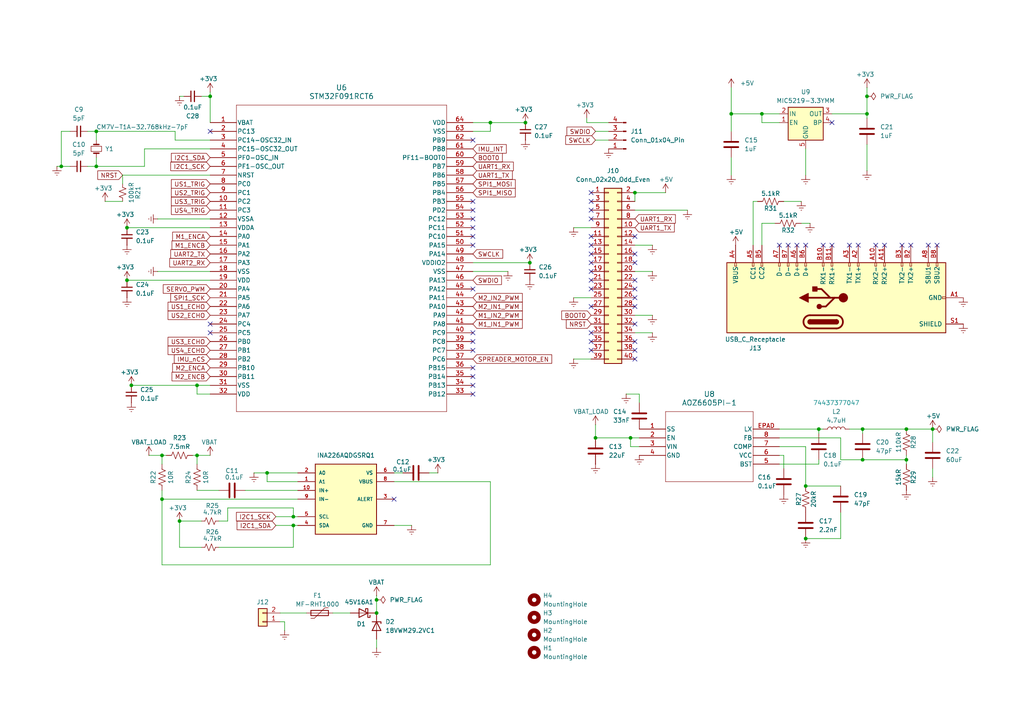
<source format=kicad_sch>
(kicad_sch (version 20250114) (generator "eeschema") (generator_version "9.0")
  (paper "A4")
  (junction (at 270.51 124.46))
  (junction (at 182.88 127))
  (junction (at 250.19 124.46))
  (junction (at 46.99 132.08))
  (junction (at 52.07 151.13))
  (junction (at 27.94 48.26))
  (junction (at 237.49 124.46))
  (junction (at 233.68 156.21))
  (junction (at 262.89 133.35))
  (junction (at 85.09 149.86))
  (junction (at 77.47 137.16))
  (junction (at 153.67 76.2))
  (junction (at 220.98 33.02))
  (junction (at 109.22 177.8))
  (junction (at 184.15 55.88))
  (junction (at 17.78 48.26))
  (junction (at 233.68 140.97))
  (junction (at 251.46 27.94))
  (junction (at 262.89 124.46))
  (junction (at 212.09 33.02))
  (junction (at 57.15 111.76))
  (junction (at 36.83 81.28))
  (junction (at 109.22 173.99))
  (junction (at 142.24 35.56))
  (junction (at 251.46 33.02))
  (junction (at 36.83 66.04))
  (junction (at 172.72 127))
  (junction (at 85.09 152.4))
  (junction (at 57.15 132.08))
  (junction (at 46.99 144.78))
  (junction (at 152.4 35.56))
  (junction (at 38.1 111.76))
  (junction (at 60.96 27.94))
  (junction (at 250.19 133.35))
  (junction (at 27.94 38.1))
  (no_connect (at 171.45 78.74))
  (no_connect (at 171.45 81.28))
  (no_connect (at 137.16 83.82))
  (no_connect (at 241.3 71.12))
  (no_connect (at 137.16 106.68))
  (no_connect (at 137.16 99.06))
  (no_connect (at 137.16 68.58))
  (no_connect (at 184.15 86.36))
  (no_connect (at 137.16 71.12))
  (no_connect (at 269.24 71.12))
  (no_connect (at 184.15 68.58))
  (no_connect (at 184.15 88.9))
  (no_connect (at 226.06 71.12))
  (no_connect (at 137.16 58.42))
  (no_connect (at 137.16 63.5))
  (no_connect (at 233.68 71.12))
  (no_connect (at 184.15 73.66))
  (no_connect (at 171.45 68.58))
  (no_connect (at 228.6 71.12))
  (no_connect (at 171.45 73.66))
  (no_connect (at 137.16 101.6))
  (no_connect (at 60.96 93.98))
  (no_connect (at 171.45 58.42))
  (no_connect (at 171.45 88.9))
  (no_connect (at 241.3 35.56))
  (no_connect (at 137.16 40.64))
  (no_connect (at 137.16 109.22))
  (no_connect (at 184.15 81.28))
  (no_connect (at 256.54 71.12))
  (no_connect (at 171.45 60.96))
  (no_connect (at 261.62 71.12))
  (no_connect (at 171.45 76.2))
  (no_connect (at 171.45 101.6))
  (no_connect (at 60.96 96.52))
  (no_connect (at 184.15 76.2))
  (no_connect (at 254 71.12))
  (no_connect (at 184.15 83.82))
  (no_connect (at 114.3 144.78))
  (no_connect (at 137.16 114.3))
  (no_connect (at 137.16 96.52))
  (no_connect (at 60.96 38.1))
  (no_connect (at 171.45 63.5))
  (no_connect (at 238.76 71.12))
  (no_connect (at 171.45 71.12))
  (no_connect (at 171.45 96.52))
  (no_connect (at 184.15 93.98))
  (no_connect (at 231.14 71.12))
  (no_connect (at 271.78 71.12))
  (no_connect (at 184.15 104.14))
  (no_connect (at 171.45 99.06))
  (no_connect (at 184.15 99.06))
  (no_connect (at 137.16 60.96))
  (no_connect (at 248.92 71.12))
  (no_connect (at 264.16 71.12))
  (no_connect (at 246.38 71.12))
  (no_connect (at 137.16 66.04))
  (no_connect (at 171.45 55.88))
  (no_connect (at 184.15 101.6))
  (no_connect (at 137.16 111.76))
  (no_connect (at 171.45 83.82))
  (wire (pts (xy 50.8 40.64) (xy 60.96 40.64)))
  (wire (pts (xy 20.32 48.26) (xy 17.78 48.26)))
  (wire (pts (xy 60.96 43.18) (xy 41.91 43.18)))
  (wire (pts (xy 233.68 140.97) (xy 243.84 140.97)))
  (wire (pts (xy 35.56 50.8) (xy 60.96 50.8)))
  (wire (pts (xy 109.22 172.72) (xy 109.22 173.99)))
  (wire (pts (xy 77.47 137.16) (xy 86.36 137.16)))
  (wire (pts (xy 60.96 26.67) (xy 60.96 27.94)))
  (wire (pts (xy 262.89 124.46) (xy 270.51 124.46)))
  (wire (pts (xy 246.38 124.46) (xy 250.19 124.46)))
  (wire (pts (xy 270.51 138.43) (xy 270.51 135.89)))
  (wire (pts (xy 226.06 134.62) (xy 237.49 134.62)))
  (wire (pts (xy 30.48 58.42) (xy 35.56 58.42)))
  (wire (pts (xy 232.41 58.42) (xy 227.33 58.42)))
  (wire (pts (xy 137.16 78.74) (xy 147.32 78.74)))
  (wire (pts (xy 185.42 114.3) (xy 185.42 116.84)))
  (wire (pts (xy 251.46 25.4) (xy 251.46 27.94)))
  (wire (pts (xy 85.09 149.86) (xy 86.36 149.86)))
  (wire (pts (xy 182.88 129.54) (xy 182.88 127)))
  (wire (pts (xy 57.15 111.76) (xy 60.96 111.76)))
  (wire (pts (xy 57.15 132.08) (xy 57.15 134.62)))
  (wire (pts (xy 63.5 158.75) (xy 85.09 158.75)))
  (wire (pts (xy 212.09 33.02) (xy 212.09 38.1)))
  (wire (pts (xy 80.01 149.86) (xy 85.09 149.86)))
  (wire (pts (xy 219.71 58.42) (xy 218.44 58.42)))
  (wire (pts (xy 166.37 66.04) (xy 171.45 66.04)))
  (wire (pts (xy 233.68 43.18) (xy 233.68 50.8)))
  (wire (pts (xy 226.06 124.46) (xy 237.49 124.46)))
  (wire (pts (xy 220.98 64.77) (xy 224.79 64.77)))
  (wire (pts (xy 142.24 139.7) (xy 142.24 163.83)))
  (wire (pts (xy 185.42 114.3) (xy 181.61 114.3)))
  (wire (pts (xy 77.47 139.7) (xy 86.36 139.7)))
  (wire (pts (xy 43.18 132.08) (xy 46.99 132.08)))
  (wire (pts (xy 226.06 129.54) (xy 233.68 129.54)))
  (wire (pts (xy 17.78 38.1) (xy 20.32 38.1)))
  (wire (pts (xy 218.44 58.42) (xy 218.44 71.12)))
  (wire (pts (xy 262.89 132.08) (xy 262.89 133.35)))
  (wire (pts (xy 25.4 38.1) (xy 27.94 38.1)))
  (wire (pts (xy 250.19 124.46) (xy 262.89 124.46)))
  (wire (pts (xy 184.15 78.74) (xy 189.23 78.74)))
  (wire (pts (xy 60.96 27.94) (xy 60.96 35.56)))
  (wire (pts (xy 50.8 38.1) (xy 27.94 38.1)))
  (wire (pts (xy 184.15 91.44) (xy 189.23 91.44)))
  (wire (pts (xy 166.37 104.14) (xy 171.45 104.14)))
  (wire (pts (xy 184.15 55.88) (xy 193.04 55.88)))
  (wire (pts (xy 73.66 137.16) (xy 77.47 137.16)))
  (wire (pts (xy 172.72 40.64) (xy 176.53 40.64)))
  (wire (pts (xy 60.96 114.3) (xy 57.15 114.3)))
  (wire (pts (xy 262.89 133.35) (xy 262.89 134.62)))
  (wire (pts (xy 220.98 71.12) (xy 220.98 64.77)))
  (wire (pts (xy 27.94 45.72) (xy 27.94 48.26)))
  (wire (pts (xy 58.42 27.94) (xy 60.96 27.94)))
  (wire (pts (xy 184.15 71.12) (xy 189.23 71.12)))
  (wire (pts (xy 142.24 35.56) (xy 152.4 35.56)))
  (wire (pts (xy 45.72 63.5) (xy 60.96 63.5)))
  (wire (pts (xy 220.98 33.02) (xy 226.06 33.02)))
  (wire (pts (xy 114.3 152.4) (xy 119.38 152.4)))
  (wire (pts (xy 137.16 38.1) (xy 142.24 38.1)))
  (wire (pts (xy 212.09 25.4) (xy 212.09 33.02)))
  (wire (pts (xy 41.91 48.26) (xy 27.94 48.26)))
  (wire (pts (xy 46.99 142.24) (xy 46.99 144.78)))
  (wire (pts (xy 46.99 163.83) (xy 46.99 144.78)))
  (wire (pts (xy 184.15 96.52) (xy 189.23 96.52)))
  (wire (pts (xy 243.84 127) (xy 243.84 133.35)))
  (wire (pts (xy 226.06 132.08) (xy 227.33 132.08)))
  (wire (pts (xy 77.47 137.16) (xy 77.47 139.7)))
  (wire (pts (xy 270.51 128.27) (xy 270.51 124.46)))
  (wire (pts (xy 96.52 177.8) (xy 101.6 177.8)))
  (wire (pts (xy 27.94 38.1) (xy 27.94 40.64)))
  (wire (pts (xy 226.06 127) (xy 243.84 127)))
  (wire (pts (xy 46.99 132.08) (xy 46.99 134.62)))
  (wire (pts (xy 241.3 33.02) (xy 251.46 33.02)))
  (wire (pts (xy 57.15 142.24) (xy 63.5 142.24)))
  (wire (pts (xy 52.07 158.75) (xy 52.07 151.13)))
  (wire (pts (xy 85.09 152.4) (xy 85.09 158.75)))
  (wire (pts (xy 38.1 111.76) (xy 57.15 111.76)))
  (wire (pts (xy 58.42 158.75) (xy 52.07 158.75)))
  (wire (pts (xy 52.07 151.13) (xy 58.42 151.13)))
  (wire (pts (xy 185.42 129.54) (xy 182.88 129.54)))
  (wire (pts (xy 137.16 76.2) (xy 153.67 76.2)))
  (wire (pts (xy 166.37 86.36) (xy 171.45 86.36)))
  (wire (pts (xy 85.09 147.32) (xy 85.09 149.86)))
  (wire (pts (xy 80.01 152.4) (xy 85.09 152.4)))
  (wire (pts (xy 170.18 35.56) (xy 170.18 34.29)))
  (wire (pts (xy 81.28 180.34) (xy 82.55 180.34)))
  (wire (pts (xy 66.04 151.13) (xy 66.04 147.32)))
  (wire (pts (xy 60.96 132.08) (xy 57.15 132.08)))
  (wire (pts (xy 251.46 33.02) (xy 251.46 34.29)))
  (wire (pts (xy 227.33 132.08) (xy 227.33 135.89)))
  (wire (pts (xy 46.99 144.78) (xy 86.36 144.78)))
  (wire (pts (xy 71.12 142.24) (xy 86.36 142.24)))
  (wire (pts (xy 52.07 27.94) (xy 53.34 27.94)))
  (wire (pts (xy 63.5 151.13) (xy 66.04 151.13)))
  (wire (pts (xy 41.91 43.18) (xy 41.91 48.26)))
  (wire (pts (xy 243.84 156.21) (xy 233.68 156.21)))
  (wire (pts (xy 184.15 55.88) (xy 184.15 58.42)))
  (wire (pts (xy 172.72 127) (xy 182.88 127)))
  (wire (pts (xy 46.99 163.83) (xy 142.24 163.83)))
  (wire (pts (xy 36.83 81.28) (xy 60.96 81.28)))
  (wire (pts (xy 46.99 132.08) (xy 48.26 132.08)))
  (wire (pts (xy 137.16 35.56) (xy 142.24 35.56)))
  (wire (pts (xy 172.72 38.1) (xy 176.53 38.1)))
  (wire (pts (xy 243.84 133.35) (xy 250.19 133.35)))
  (wire (pts (xy 27.94 48.26) (xy 25.4 48.26)))
  (wire (pts (xy 182.88 127) (xy 185.42 127)))
  (wire (pts (xy 82.55 180.34) (xy 82.55 182.88)))
  (wire (pts (xy 124.46 137.16) (xy 127 137.16)))
  (wire (pts (xy 114.3 137.16) (xy 116.84 137.16)))
  (wire (pts (xy 109.22 173.99) (xy 109.22 177.8)))
  (wire (pts (xy 81.28 177.8) (xy 88.9 177.8)))
  (wire (pts (xy 243.84 148.59) (xy 243.84 156.21)))
  (wire (pts (xy 50.8 38.1) (xy 50.8 40.64)))
  (wire (pts (xy 16.51 48.26) (xy 17.78 48.26)))
  (wire (pts (xy 142.24 38.1) (xy 142.24 35.56)))
  (wire (pts (xy 212.09 33.02) (xy 220.98 33.02)))
  (wire (pts (xy 251.46 41.91) (xy 251.46 49.53)))
  (wire (pts (xy 85.09 152.4) (xy 86.36 152.4)))
  (wire (pts (xy 114.3 139.7) (xy 142.24 139.7)))
  (wire (pts (xy 172.72 123.19) (xy 172.72 127)))
  (wire (pts (xy 17.78 48.26) (xy 17.78 38.1)))
  (wire (pts (xy 237.49 134.62) (xy 237.49 133.35)))
  (wire (pts (xy 250.19 133.35) (xy 262.89 133.35)))
  (wire (pts (xy 66.04 147.32) (xy 85.09 147.32)))
  (wire (pts (xy 109.22 185.42) (xy 109.22 187.96)))
  (wire (pts (xy 237.49 125.73) (xy 237.49 124.46)))
  (wire (pts (xy 251.46 27.94) (xy 251.46 33.02)))
  (wire (pts (xy 234.95 64.77) (xy 232.41 64.77)))
  (wire (pts (xy 220.98 35.56) (xy 220.98 33.02)))
  (wire (pts (xy 226.06 35.56) (xy 220.98 35.56)))
  (wire (pts (xy 45.72 78.74) (xy 60.96 78.74)))
  (wire (pts (xy 212.09 45.72) (xy 212.09 50.8)))
  (wire (pts (xy 57.15 132.08) (xy 55.88 132.08)))
  (wire (pts (xy 250.19 124.46) (xy 250.19 125.73)))
  (wire (pts (xy 184.15 60.96) (xy 199.39 60.96)))
  (wire (pts (xy 36.83 66.04) (xy 60.96 66.04)))
  (wire (pts (xy 233.68 129.54) (xy 233.68 140.97)))
  (wire (pts (xy 237.49 124.46) (xy 238.76 124.46)))
  (wire (pts (xy 35.56 53.34) (xy 35.56 50.8)))
  (wire (pts (xy 57.15 114.3) (xy 57.15 111.76)))
  (wire (pts (xy 176.53 35.56) (xy 170.18 35.56)))
  (global_label "M1_IN1_PWM" (shape input) (at 137.16 93.98 0) (property "Intersheetrefs" "${INTERSHEET_REFS}" (effects (hide yes))))
  (global_label "NRST" (shape input) (at 171.45 93.98 180) (property "Intersheetrefs" "${INTERSHEET_REFS}" (effects (hide yes))))
  (global_label "SERVO_PWM" (shape input) (at 60.96 83.82 180) (property "Intersheetrefs" "${INTERSHEET_REFS}" (effects (hide yes))))
  (global_label "UART2_RX" (shape input) (at 60.96 76.2 180) (property "Intersheetrefs" "${INTERSHEET_REFS}" (effects (hide yes))))
  (global_label "BOOT0" (shape input) (at 171.45 91.44 180) (property "Intersheetrefs" "${INTERSHEET_REFS}" (effects (hide yes))))
  (global_label "M2_ENCA" (shape input) (at 60.96 106.68 180) (property "Intersheetrefs" "${INTERSHEET_REFS}" (effects (hide yes))))
  (global_label "SWCLK" (shape input) (at 172.72 40.64 180) (property "Intersheetrefs" "${INTERSHEET_REFS}" (effects (hide yes))))
  (global_label "US4_ECHO" (shape input) (at 60.96 101.6 180) (property "Intersheetrefs" "${INTERSHEET_REFS}" (effects (hide yes))))
  (global_label "US4_TRIG" (shape input) (at 60.96 60.96 180) (property "Intersheetrefs" "${INTERSHEET_REFS}" (effects (hide yes))))
  (global_label "I2C1_SDA" (shape input) (at 80.01 152.4 180) (property "Intersheetrefs" "${INTERSHEET_REFS}" (effects (hide yes))))
  (global_label "SPI1_MOSI" (shape input) (at 137.16 53.34 0) (property "Intersheetrefs" "${INTERSHEET_REFS}" (effects (hide yes))))
  (global_label "I2C1_SCK" (shape input) (at 60.96 48.26 180) (property "Intersheetrefs" "${INTERSHEET_REFS}" (effects (hide yes))))
  (global_label "BOOT0" (shape input) (at 137.16 45.72 0) (property "Intersheetrefs" "${INTERSHEET_REFS}" (effects (hide yes))))
  (global_label "M2_IN2_PWM" (shape input) (at 137.16 86.36 0) (property "Intersheetrefs" "${INTERSHEET_REFS}" (effects (hide yes))))
  (global_label "UART1_TX" (shape input) (at 184.15 66.04 0) (property "Intersheetrefs" "${INTERSHEET_REFS}" (effects (hide yes))))
  (global_label "IMU_nCS" (shape input) (at 60.96 104.14 180) (property "Intersheetrefs" "${INTERSHEET_REFS}" (effects (hide yes))))
  (global_label "SWCLK" (shape input) (at 137.16 73.66 0) (property "Intersheetrefs" "${INTERSHEET_REFS}" (effects (hide yes))))
  (global_label "M1_IN2_PWM" (shape input) (at 137.16 91.44 0) (property "Intersheetrefs" "${INTERSHEET_REFS}" (effects (hide yes))))
  (global_label "SPI1_MISO" (shape input) (at 137.16 55.88 0) (property "Intersheetrefs" "${INTERSHEET_REFS}" (effects (hide yes))))
  (global_label "M2_IN1_PWM" (shape input) (at 137.16 88.9 0) (property "Intersheetrefs" "${INTERSHEET_REFS}" (effects (hide yes))))
  (global_label "UART1_RX" (shape input) (at 137.16 48.26 0) (property "Intersheetrefs" "${INTERSHEET_REFS}" (effects (hide yes))))
  (global_label "I2C1_SCK" (shape input) (at 80.01 149.86 180) (property "Intersheetrefs" "${INTERSHEET_REFS}" (effects (hide yes))))
  (global_label "IMU_INT" (shape input) (at 137.16 43.18 0) (property "Intersheetrefs" "${INTERSHEET_REFS}" (effects (hide yes))))
  (global_label "UART2_TX" (shape input) (at 60.96 73.66 180) (property "Intersheetrefs" "${INTERSHEET_REFS}" (effects (hide yes))))
  (global_label "US1_TRIG" (shape input) (at 60.96 53.34 180) (property "Intersheetrefs" "${INTERSHEET_REFS}" (effects (hide yes))))
  (global_label "NRST" (shape input) (at 35.56 50.8 180) (property "Intersheetrefs" "${INTERSHEET_REFS}" (effects (hide yes))))
  (global_label "UART1_RX" (shape input) (at 184.15 63.5 0) (property "Intersheetrefs" "${INTERSHEET_REFS}" (effects (hide yes))))
  (global_label "M1_ENCB" (shape input) (at 60.96 71.12 180) (property "Intersheetrefs" "${INTERSHEET_REFS}" (effects (hide yes))))
  (global_label "US3_ECHO" (shape input) (at 60.96 99.06 180) (property "Intersheetrefs" "${INTERSHEET_REFS}" (effects (hide yes))))
  (global_label "US1_ECHO" (shape input) (at 60.96 88.9 180) (property "Intersheetrefs" "${INTERSHEET_REFS}" (effects (hide yes))))
  (global_label "SPI1_SCK" (shape input) (at 60.96 86.36 180) (property "Intersheetrefs" "${INTERSHEET_REFS}" (effects (hide yes))))
  (global_label "M2_ENCB" (shape input) (at 60.96 109.22 180) (property "Intersheetrefs" "${INTERSHEET_REFS}" (effects (hide yes))))
  (global_label "US2_TRIG" (shape input) (at 60.96 55.88 180) (property "Intersheetrefs" "${INTERSHEET_REFS}" (effects (hide yes))))
  (global_label "M1_ENCA" (shape input) (at 60.96 68.58 180) (property "Intersheetrefs" "${INTERSHEET_REFS}" (effects (hide yes))))
  (global_label "UART1_TX" (shape input) (at 137.16 50.8 0) (property "Intersheetrefs" "${INTERSHEET_REFS}" (effects (hide yes))))
  (global_label "SWDIO" (shape input) (at 172.72 38.1 180) (property "Intersheetrefs" "${INTERSHEET_REFS}" (effects (hide yes))))
  (global_label "SPREADER_MOTOR_EN" (shape input) (at 137.16 104.14 0) (property "Intersheetrefs" "${INTERSHEET_REFS}" (effects (hide yes))))
  (global_label "US3_TRIG" (shape input) (at 60.96 58.42 180) (property "Intersheetrefs" "${INTERSHEET_REFS}" (effects (hide yes))))
  (global_label "I2C1_SDA" (shape input) (at 60.96 45.72 180) (property "Intersheetrefs" "${INTERSHEET_REFS}" (effects (hide yes))))
  (global_label "SWDIO" (shape input) (at 137.16 81.28 0) (property "Intersheetrefs" "${INTERSHEET_REFS}" (effects (hide yes))))
  (global_label "US2_ECHO" (shape input) (at 60.96 91.44 180) (property "Intersheetrefs" "${INTERSHEET_REFS}" (effects (hide yes))))
  (symbol (lib_id "power:GNDREF") (at 152.4 40.64 0) (unit 1)
    (property "Reference" "#PWR0116" (effects (hide yes)))
    (property "Value" "GND" (effects (hide yes)))
    (property "Description" "Power symbol creates a global label with name \"GNDREF\" , reference supply ground" (effects (hide yes)))
  )
  (symbol (lib_id "Device:C_Small") (at 55.88 27.94 90) (mirror x) (unit 1)
    (property "Reference" "C28" (at 55.88 33.655 90))
    (property "Value" "0.1uF" (at 55.88 31.115 90))
    (property "Footprint" "Capacitor_SMD:C_0603_1608Metric" (effects (hide yes)))
    (property "Description" "Unpolarized capacitor, small symbol" (effects (hide yes)))
  )
  (symbol (lib_id "power:PWR_FLAG") (at 251.46 27.94 270) (unit 1)
    (property "Reference" "#FLG01" (effects (hide yes)))
    (property "Value" "PWR_FLAG" (at 255.27 27.9399 90) (effects (justify left)))
    (property "Description" "Special symbol for telling ERC where power comes from" (effects (hide yes)))
  )
  (symbol (lib_id "power:GNDREF") (at 82.55 182.88 0) (unit 1)
    (property "Reference" "#PWR098" (effects (hide yes)))
    (property "Value" "GND" (effects (hide yes)))
    (property "Description" "Power symbol creates a global label with name \"GNDREF\" , reference supply ground" (effects (hide yes)))
  )
  (symbol (lib_id "Device:Polyfuse") (at 92.71 177.8 90) (unit 1)
    (property "Reference" "F1" (at 92.075 172.72 90))
    (property "Value" "MF-RHT1000" (at 92.075 175.26 90))
    (property "Footprint" "Fuse:Fuse_Bourns_MF-RHT1000" (effects (hide yes)))
    (property "Description" "Resettable fuse, polymeric positive temperature coefficient" (effects (hide yes)))
  )
  (symbol (lib_id "Device:C") (at 270.51 132.08 0) (unit 1)
    (property "Reference" "C22" (at 274.32 130.8099 0) (effects (justify left)))
    (property "Value" "60uF" (at 274.32 133.3499 0) (effects (justify left)))
    (property "Footprint" "Capacitor_SMD:C_0603_1608Metric" (effects (hide yes)))
    (property "Description" "Unpolarized capacitor" (effects (hide yes)))
  )
  (symbol (lib_id "Device:C_Small") (at 36.83 68.58 0) (unit 1)
    (property "Reference" "C23" (at 39.37 67.3162 0) (effects (justify left)))
    (property "Value" "0.1uF" (at 39.37 69.8562 0) (effects (justify left)))
    (property "Footprint" "Capacitor_SMD:C_0603_1608Metric" (effects (hide yes)))
    (property "Description" "Unpolarized capacitor, small symbol" (effects (hide yes)))
  )
  (symbol (lib_id "Device:C") (at 237.49 129.54 0) (unit 1)
    (property "Reference" "C18" (at 238.76 132.08 0) (effects (justify left)))
    (property "Value" "0.1uF" (at 238.76 134.62 0) (effects (justify left)))
    (property "Footprint" "Capacitor_SMD:C_0603_1608Metric" (effects (hide yes)))
    (property "Description" "Unpolarized capacitor" (effects (hide yes)))
  )
  (symbol (lib_id "power:GNDREF") (at 153.67 81.28 0) (unit 1)
    (property "Reference" "#PWR0115" (effects (hide yes)))
    (property "Value" "GND" (effects (hide yes)))
    (property "Description" "Power symbol creates a global label with name \"GNDREF\" , reference supply ground" (effects (hide yes)))
  )
  (symbol (lib_id "power:GNDREF") (at 166.37 104.14 0) (unit 1)
    (property "Reference" "#PWR080" (effects (hide yes)))
    (property "Value" "GND" (effects (hide yes)))
    (property "Description" "Power symbol creates a global label with name \"GNDREF\" , reference supply ground" (effects (hide yes)))
  )
  (symbol (lib_id "power:PWR_FLAG") (at 270.51 124.46 270) (unit 1)
    (property "Reference" "#FLG03" (effects (hide yes)))
    (property "Value" "PWR_FLAG" (at 274.32 124.4599 90) (effects (justify left)))
    (property "Description" "Special symbol for telling ERC where power comes from" (effects (hide yes)))
  )
  (symbol (lib_id "power:GNDREF") (at 212.09 50.8 0) (unit 1)
    (property "Reference" "#PWR094" (effects (hide yes)))
    (property "Value" "GND" (effects (hide yes)))
    (property "Description" "Power symbol creates a global label with name \"GNDREF\" , reference supply ground" (effects (hide yes)))
  )
  (symbol (lib_id "power:GNDREF") (at 251.46 49.53 0) (unit 1)
    (property "Reference" "#PWR0100" (effects (hide yes)))
    (property "Value" "GND" (effects (hide yes)))
    (property "Description" "Power symbol creates a global label with name \"GNDREF\" , reference supply ground" (effects (hide yes)))
  )
  (symbol (lib_id "power:GNDREF") (at 38.1 116.84 0) (unit 1)
    (property "Reference" "#PWR0114" (effects (hide yes)))
    (property "Value" "GND" (effects (hide yes)))
    (property "Description" "Power symbol creates a global label with name \"GNDREF\" , reference supply ground" (effects (hide yes)))
  )
  (symbol (lib_id "power:GNDREF") (at 199.39 60.96 0) (unit 1)
    (property "Reference" "#PWR092" (effects (hide yes)))
    (property "Value" "GND" (effects (hide yes)))
    (property "Description" "Power symbol creates a global label with name \"GNDREF\" , reference supply ground" (effects (hide yes)))
  )
  (symbol (lib_id "power:+3.3V") (at 127 137.16 0) (unit 1)
    (property "Reference" "#PWR074" (effects (hide yes)))
    (property "Value" "+3V3" (at 123.825 133.35 0) (effects (justify left)))
    (property "Description" "Power symbol creates a global label with name \"+3.3V\"" (effects (hide yes)))
  )
  (symbol (lib_id "Mechanical:MountingHole") (at 154.94 179.07 0) (unit 1) (in_bom no)
    (property "Reference" "H3" (at 157.48 177.7999 0) (effects (justify left)))
    (property "Value" "MountingHole" (at 157.48 180.3399 0) (effects (justify left)))
    (property "Footprint" "MountingHole:MountingHole_2.7mm" (effects (hide yes)))
    (property "Description" "Mounting Hole without connection" (effects (hide yes)))
  )
  (symbol (lib_id "power:GNDREF") (at 233.68 156.21 0) (unit 1)
    (property "Reference" "#PWR097" (effects (hide yes)))
    (property "Value" "GND" (effects (hide yes)))
    (property "Description" "Power symbol creates a global label with name \"GNDREF\" , reference supply ground" (effects (hide yes)))
  )
  (symbol (lib_id "power:GNDREF") (at 262.89 142.24 0) (unit 1)
    (property "Reference" "#PWR0103" (effects (hide yes)))
    (property "Value" "GND" (effects (hide yes)))
    (property "Description" "Power symbol creates a global label with name \"GNDREF\" , reference supply ground" (effects (hide yes)))
  )
  (symbol (lib_id "Connector_Generic:Conn_02x20_Odd_Even") (at 176.53 78.74 0) (unit 1)
    (property "Reference" "J10" (at 177.8 49.53 0))
    (property "Value" "Conn_02x20_Odd_Even" (at 177.8 52.07 0))
    (property "Footprint" "Connector_PinSocket_2.54mm:PinSocket_2x20_P2.54mm_Vertical" (effects (hide yes)))
    (property "Description" "Generic connector, double row, 02x20, odd/even pin numbering scheme (row 1 odd numbers, row 2 even numbers), script generated (kicad-library-utils/schlib/autogen/connector/)" (effects (hide yes)))
  )
  (symbol (lib_id "power:GNDREF") (at 279.4 86.36 0) (unit 1)
    (property "Reference" "#PWR0106" (effects (hide yes)))
    (property "Value" "GND" (effects (hide yes)))
    (property "Description" "Power symbol creates a global label with name \"GNDREF\" , reference supply ground" (effects (hide yes)))
  )
  (symbol (lib_id "Device:C_Small") (at 153.67 78.74 0) (unit 1)
    (property "Reference" "C26" (at 156.21 77.4762 0) (effects (justify left)))
    (property "Value" "0.1uF" (at 156.21 80.0162 0) (effects (justify left)))
    (property "Footprint" "Capacitor_SMD:C_0603_1608Metric" (effects (hide yes)))
    (property "Description" "Unpolarized capacitor, small symbol" (effects (hide yes)))
  )
  (symbol (lib_id "power:GNDREF") (at 147.32 78.74 0) (unit 1)
    (property "Reference" "#PWR076" (effects (hide yes)))
    (property "Value" "GND" (effects (hide yes)))
    (property "Description" "Power symbol creates a global label with name \"GNDREF\" , reference supply ground" (effects (hide yes)))
  )
  (symbol (lib_id "Device:R_US") (at 262.89 138.43 180) (unit 1)
    (property "Reference" "R29" (at 264.922 138.43 90))
    (property "Value" "15kR" (at 260.604 138.43 90))
    (property "Footprint" "Resistor_SMD:R_0603_1608Metric" (effects (hide yes)))
    (property "Description" "Resistor, US symbol" (effects (hide yes)))
  )
  (symbol (lib_id "power:+3.3V") (at 212.09 25.4 0) (unit 1)
    (property "Reference" "#PWR093" (effects (hide yes)))
    (property "Value" "+5V" (at 214.63 24.1299 0) (effects (justify left)))
    (property "Description" "Power symbol creates a global label with name \"+3.3V\"" (effects (hide yes)))
  )
  (symbol (lib_id "Device:C") (at 250.19 129.54 0) (unit 1)
    (property "Reference" "C20" (at 254 128.2699 0) (effects (justify left)))
    (property "Value" "47pF" (at 254 130.8099 0) (effects (justify left)))
    (property "Footprint" "Capacitor_SMD:C_0603_1608Metric" (effects (hide yes)))
    (property "Description" "Unpolarized capacitor" (effects (hide yes)))
  )
  (symbol (lib_id "Connector_Generic:Conn_01x02") (at 76.2 180.34 180) (unit 1)
    (property "Reference" "J12" (at 76.2 174.625 0))
    (property "Value" "Battery holes" (effects (hide yes)))
    (property "Footprint" "1984617(1):PHOENIX_1984617" (effects (hide yes)))
    (property "Description" "Generic connector, single row, 01x02, script generated (kicad-library-utils/schlib/autogen/connector/)" (effects (hide yes)))
  )
  (symbol (lib_id "power:GNDREF") (at 270.51 138.43 0) (unit 1)
    (property "Reference" "#PWR0105" (effects (hide yes)))
    (property "Value" "GND" (effects (hide yes)))
    (property "Description" "Power symbol creates a global label with name \"GNDREF\" , reference supply ground" (effects (hide yes)))
  )
  (symbol (lib_id "Device:C") (at 251.46 38.1 0) (unit 1)
    (property "Reference" "C21" (at 255.27 36.8299 0) (effects (justify left)))
    (property "Value" "1uF" (at 255.27 39.3699 0) (effects (justify left)))
    (property "Footprint" "Capacitor_SMD:C_0603_1608Metric" (effects (hide yes)))
    (property "Description" "Unpolarized capacitor" (effects (hide yes)))
  )
  (symbol (lib_id "AOZ6605PI-1:AOZ6605PI-1") (at 185.42 124.46 0) (unit 1)
    (property "Reference" "U8" (at 205.74 114.3 0) (effects (font (size 1.524 1.524))))
    (property "Value" "AOZ6605PI-1" (at 205.74 116.84 0) (effects (font (size 1.524 1.524))))
    (property "Footprint" "AOZ6605PI-1:SO8_EP1_AOS" (effects (hide yes)))
    (property "Datasheet" "AOZ6605PI-1" (effects (hide yes)))
  )
  (symbol (lib_id "Mechanical:MountingHole") (at 154.94 184.15 0) (unit 1) (in_bom no)
    (property "Reference" "H2" (at 157.48 182.8799 0) (effects (justify left)))
    (property "Value" "MountingHole" (at 157.48 185.4199 0) (effects (justify left)))
    (property "Footprint" "MountingHole:MountingHole_2.7mm" (effects (hide yes)))
    (property "Description" "Mounting Hole without connection" (effects (hide yes)))
  )
  (symbol (lib_id "Mechanical:MountingHole") (at 154.94 189.23 0) (unit 1) (in_bom no)
    (property "Reference" "H1" (at 157.48 187.9599 0) (effects (justify left)))
    (property "Value" "MountingHole" (at 157.48 190.4999 0) (effects (justify left)))
    (property "Footprint" "MountingHole:MountingHole_2.7mm" (effects (hide yes)))
    (property "Description" "Mounting Hole without connection" (effects (hide yes)))
  )
  (symbol (lib_id "Device:C_Small") (at 22.86 38.1 90) (unit 1)
    (property "Reference" "C9" (at 22.8663 31.75 90))
    (property "Value" "5pF" (at 22.8663 34.29 90))
    (property "Footprint" "Capacitor_SMD:C_0603_1608Metric" (effects (hide yes)))
    (property "Description" "Unpolarized capacitor, small symbol" (effects (hide yes)))
  )
  (symbol (lib_id "power:+3.3V") (at 36.83 66.04 0) (unit 1)
    (property "Reference" "#PWR063" (effects (hide yes)))
    (property "Value" "+3V3" (at 33.655 62.23 0) (effects (justify left)))
    (property "Description" "Power symbol creates a global label with name \"+3.3V\"" (effects (hide yes)))
  )
  (symbol (lib_id "Connector:USB_C_Receptacle") (at 238.76 86.36 90) (unit 1)
    (property "Reference" "J13" (at 219.075 100.965 90))
    (property "Value" "USB_C_Receptacle" (at 219.075 98.425 90))
    (property "Footprint" "Connector_USB:USB_C_Receptacle_Amphenol_12401610E4-2A" (effects (hide yes)))
    (property "Datasheet" "https://www.usb.org/sites/default/files/documents/usb_type-c.zip" (effects (hide yes)))
    (property "Description" "USB Full-Featured Type-C Receptacle connector" (effects (hide yes)))
  )
  (symbol (lib_id "Device:D_Zener") (at 109.22 181.61 270) (unit 1)
    (property "Reference" "D2" (at 111.76 180.3399 90) (effects (justify left)))
    (property "Value" "18VWM29.2VC1" (at 111.76 182.8799 90) (effects (justify left)))
    (property "Footprint" "Diode_SMD:D_SOD-123" (effects (hide yes)))
    (property "Description" "Zener diode" (effects (hide yes)))
  )
  (symbol (lib_id "Connector:Conn_01x04_Pin") (at 181.61 40.64 180) (unit 1)
    (property "Reference" "J11" (at 182.88 38.0999 0) (effects (justify right)))
    (property "Value" "Conn_01x04_Pin" (at 182.88 40.6399 0) (effects (justify right)))
    (property "Footprint" "Connector_PinHeader_2.54mm:PinHeader_1x04_P2.54mm_Vertical" (effects (hide yes)))
    (property "Description" "Generic connector, single row, 01x04, script generated" (effects (hide yes)))
  )
  (symbol (lib_id "power:GNDREF") (at 45.72 78.74 270) (unit 1)
    (property "Reference" "#PWR068" (effects (hide yes)))
    (property "Value" "GND" (effects (hide yes)))
    (property "Description" "Power symbol creates a global label with name \"GNDREF\" , reference supply ground" (effects (hide yes)))
  )
  (symbol (lib_id "power:+3.3V") (at 152.4 35.56 0) (unit 1)
    (property "Reference" "#PWR075" (effects (hide yes)))
    (property "Value" "+3V3" (at 149.225 31.75 0) (effects (justify left)))
    (property "Description" "Power symbol creates a global label with name \"+3.3V\"" (effects (hide yes)))
  )
  (symbol (lib_id "power:+3.3V") (at 38.1 111.76 0) (unit 1)
    (property "Reference" "#PWR065" (effects (hide yes)))
    (property "Value" "+3V3" (at 34.925 107.95 0) (effects (justify left)))
    (property "Description" "Power symbol creates a global label with name \"+3.3V\"" (effects (hide yes)))
  )
  (symbol (lib_id "power:GNDREF") (at 189.23 91.44 0) (unit 1)
    (property "Reference" "#PWR089" (effects (hide yes)))
    (property "Value" "GND" (effects (hide yes)))
    (property "Description" "Power symbol creates a global label with name \"GNDREF\" , reference supply ground" (effects (hide yes)))
  )
  (symbol (lib_id "power:GNDREF") (at 52.07 27.94 0) (unit 1)
    (property "Reference" "#PWR0117" (effects (hide yes)))
    (property "Value" "GND" (effects (hide yes)))
    (property "Description" "Power symbol creates a global label with name \"GNDREF\" , reference supply ground" (effects (hide yes)))
  )
  (symbol (lib_id "Device:C") (at 120.65 137.16 90) (unit 1)
    (property "Reference" "C12" (at 116.84 133.985 90))
    (property "Value" "0.1uF" (at 116.586 136.144 90))
    (property "Footprint" "Capacitor_SMD:C_0603_1608Metric" (effects (hide yes)))
    (property "Description" "Unpolarized capacitor" (effects (hide yes)))
  )
  (symbol (lib_id "power:+12V") (at 109.22 172.72 0) (unit 1)
    (property "Reference" "#PWR0101" (effects (hide yes)))
    (property "Value" "VBAT" (at 109.22 168.91 0))
    (property "Description" "Power symbol creates a global label with name \"+12V\"" (effects (hide yes)))
  )
  (symbol (lib_id "power:+5V") (at 60.96 132.08 0) (unit 1)
    (property "Reference" "#PWR071" (effects (hide yes)))
    (property "Value" "VBAT" (at 58.42 128.27 0) (effects (justify left)))
    (property "Description" "Power symbol creates a global label with name \"+5V\"" (effects (hide yes)))
  )
  (symbol (lib_id "power:GNDREF") (at 109.22 187.96 0) (unit 1)
    (property "Reference" "#PWR0102" (effects (hide yes)))
    (property "Value" "GND" (effects (hide yes)))
    (property "Description" "Power symbol creates a global label with name \"GNDREF\" , reference supply ground" (effects (hide yes)))
  )
  (symbol (lib_id "Device:C_Small") (at 36.83 83.82 0) (unit 1)
    (property "Reference" "C24" (at 39.37 82.5562 0) (effects (justify left)))
    (property "Value" "0.1uF" (at 39.37 85.0962 0) (effects (justify left)))
    (property "Footprint" "Capacitor_SMD:C_0603_1608Metric" (effects (hide yes)))
    (property "Description" "Unpolarized capacitor, small symbol" (effects (hide yes)))
  )
  (symbol (lib_id "power:GNDREF") (at 189.23 96.52 0) (unit 1)
    (property "Reference" "#PWR090" (effects (hide yes)))
    (property "Value" "GND" (effects (hide yes)))
    (property "Description" "Power symbol creates a global label with name \"GNDREF\" , reference supply ground" (effects (hide yes)))
  )
  (symbol (lib_id "Device:R_US") (at 228.6 64.77 90) (unit 1)
    (property "Reference" "R32" (at 228.6 66.802 90))
    (property "Value" "5.1kR" (at 228.6 62.484 90))
    (property "Footprint" "Resistor_SMD:R_0603_1608Metric" (effects (hide yes)))
    (property "Description" "Resistor, US symbol" (effects (hide yes)))
  )
  (symbol (lib_id "Device:R_Small_US") (at 60.96 151.13 90) (unit 1)
    (property "Reference" "R25" (at 61.595 146.685 90))
    (property "Value" "4.7kR" (at 61.595 148.59 90))
    (property "Footprint" "Resistor_SMD:R_0603_1608Metric" (effects (hide yes)))
    (property "Description" "Resistor, small US symbol" (effects (hide yes)))
  )
  (symbol (lib_id "power:GNDREF") (at 176.53 43.18 0) (unit 1)
    (property "Reference" "#PWR084" (effects (hide yes)))
    (property "Value" "GND" (effects (hide yes)))
    (property "Description" "Power symbol creates a global label with name \"GNDREF\" , reference supply ground" (effects (hide yes)))
  )
  (symbol (lib_id "power:+5V") (at 213.36 71.12 0) (unit 1)
    (property "Reference" "#PWR0108" (effects (hide yes)))
    (property "Value" "+5V" (at 211.455 67.31 0) (effects (justify left)))
    (property "Description" "Power symbol creates a global label with name \"+5V\"" (effects (hide yes)))
  )
  (symbol (lib_id "Device:R_US") (at 233.68 144.78 0) (unit 1)
    (property "Reference" "R27" (at 231.648 144.78 90))
    (property "Value" "20kR" (at 235.966 144.78 90))
    (property "Footprint" "Resistor_SMD:R_0603_1608Metric" (effects (hide yes)))
    (property "Description" "Resistor, US symbol" (effects (hide yes)))
  )
  (symbol (lib_id "Device:C") (at 172.72 130.81 0) (unit 1)
    (property "Reference" "C13" (at 176.53 129.5399 0) (effects (justify left)))
    (property "Value" "22uF" (at 176.53 132.0799 0) (effects (justify left)))
    (property "Footprint" "Capacitor_SMD:C_0603_1608Metric" (effects (hide yes)))
    (property "Description" "Unpolarized capacitor" (effects (hide yes)))
  )
  (symbol (lib_id "power:GNDREF") (at 232.41 58.42 0) (unit 1)
    (property "Reference" "#PWR0109" (effects (hide yes)))
    (property "Value" "GND" (effects (hide yes)))
    (property "Description" "Power symbol creates a global label with name \"GNDREF\" , reference supply ground" (effects (hide yes)))
  )
  (symbol (lib_id "power:+5V") (at 193.04 55.88 0) (unit 1)
    (property "Reference" "#PWR091" (effects (hide yes)))
    (property "Value" "+5V" (at 191.135 52.07 0) (effects (justify left)))
    (property "Description" "Power symbol creates a global label with name \"+5V\"" (effects (hide yes)))
  )
  (symbol (lib_id "Device:Crystal_Small") (at 27.94 43.18 90) (unit 1)
    (property "Reference" "Y1" (at 30.48 43.18 90) (effects (justify right)))
    (property "Value" "CM7V-T1A-32.768kHz-7pF" (at 27.94 36.83 90) (effects (justify right)))
    (property "Footprint" "Crystal:Crystal_SMD_3215-2Pin_3.2x1.5mm" (effects (hide yes)))
    (property "Description" "Two pin crystal, small symbol" (effects (hide yes)))
  )
  (symbol (lib_id "power:GNDREF") (at 279.4 93.98 0) (unit 1)
    (property "Reference" "#PWR0107" (effects (hide yes)))
    (property "Value" "GND" (effects (hide yes)))
    (property "Description" "Power symbol creates a global label with name \"GNDREF\" , reference supply ground" (effects (hide yes)))
  )
  (symbol (lib_id "Device:R_US") (at 46.99 138.43 180) (unit 1)
    (property "Reference" "R22" (at 44.45 138.43 90))
    (property "Value" "10R" (at 49.53 138.43 90))
    (property "Footprint" "Resistor_SMD:R_0603_1608Metric" (effects (hide yes)))
    (property "Description" "Resistor, US symbol" (effects (hide yes)))
  )
  (symbol (lib_id "power:GNDREF") (at 234.95 64.77 0) (unit 1)
    (property "Reference" "#PWR0110" (effects (hide yes)))
    (property "Value" "GND" (effects (hide yes)))
    (property "Description" "Power symbol creates a global label with name \"GNDREF\" , reference supply ground" (effects (hide yes)))
  )
  (symbol (lib_id "power:GNDREF") (at 233.68 50.8 0) (unit 1)
    (property "Reference" "#PWR096" (effects (hide yes)))
    (property "Value" "GND" (effects (hide yes)))
    (property "Description" "Power symbol creates a global label with name \"GNDREF\" , reference supply ground" (effects (hide yes)))
  )
  (symbol (lib_id "Device:R_Small_US") (at 35.56 55.88 0) (unit 1)
    (property "Reference" "R21" (at 40.005 55.88 90))
    (property "Value" "100kR" (at 38.1 55.88 90))
    (property "Footprint" "Resistor_SMD:R_0603_1608Metric" (effects (hide yes)))
    (property "Description" "Resistor, small US symbol" (effects (hide yes)))
  )
  (symbol (lib_id "STM32FO91RCT6:STM32F091RCT6") (at 60.96 35.56 0) (unit 1)
    (property "Reference" "U6" (at 99.06 25.4 0) (effects (font (size 1.524 1.524))))
    (property "Value" "STM32F091RCT6" (at 99.06 27.94 0) (effects (font (size 1.524 1.524))))
    (property "Footprint" "Package_QFP:LQFP-64_10x10mm_P0.5mm" (effects (hide yes)))
    (property "Datasheet" "https://www.st.com/resource/en/datasheet/stm32f091cc.pdf" (effects (hide yes)))
  )
  (symbol (lib_id "power:GNDREF") (at 166.37 86.36 0) (unit 1)
    (property "Reference" "#PWR079" (effects (hide yes)))
    (property "Value" "GND" (effects (hide yes)))
    (property "Description" "Power symbol creates a global label with name \"GNDREF\" , reference supply ground" (effects (hide yes)))
  )
  (symbol (lib_id "power:GNDREF") (at 73.66 137.16 0) (unit 1)
    (property "Reference" "#PWR072" (effects (hide yes)))
    (property "Value" "GND" (effects (hide yes)))
    (property "Description" "Power symbol creates a global label with name \"GNDREF\" , reference supply ground" (effects (hide yes)))
  )
  (symbol (lib_id "Device:R_US") (at 262.89 128.27 180) (unit 1)
    (property "Reference" "R28" (at 264.922 128.27 90))
    (property "Value" "110kR" (at 260.604 128.27 90))
    (property "Footprint" "Resistor_SMD:R_0603_1608Metric" (effects (hide yes)))
    (property "Description" "Resistor, US symbol" (effects (hide yes)))
  )
  (symbol (lib_id "power:GNDREF") (at 185.42 132.08 0) (unit 1)
    (property "Reference" "#PWR086" (effects (hide yes)))
    (property "Value" "GND" (effects (hide yes)))
    (property "Description" "Power symbol creates a global label with name \"GNDREF\" , reference supply ground" (effects (hide yes)))
  )
  (symbol (lib_id "Device:C") (at 185.42 120.65 0) (unit 1)
    (property "Reference" "C14" (at 177.8 119.38 0) (effects (justify left)))
    (property "Value" "33nF" (at 177.8 121.92 0) (effects (justify left)))
    (property "Footprint" "Capacitor_SMD:C_0603_1608Metric" (effects (hide yes)))
    (property "Description" "Unpolarized capacitor" (effects (hide yes)))
  )
  (symbol (lib_id "power:GNDREF") (at 166.37 66.04 0) (unit 1)
    (property "Reference" "#PWR078" (effects (hide yes)))
    (property "Value" "GND" (effects (hide yes)))
    (property "Description" "Power symbol creates a global label with name \"GNDREF\" , reference supply ground" (effects (hide yes)))
  )
  (symbol (lib_id "power:+3.3V") (at 52.07 151.13 0) (unit 1)
    (property "Reference" "#PWR069" (effects (hide yes)))
    (property "Value" "+3V3" (at 48.895 147.32 0) (effects (justify left)))
    (property "Description" "Power symbol creates a global label with name \"+3.3V\"" (effects (hide yes)))
  )
  (symbol (lib_id "power:GNDREF") (at 172.72 134.62 0) (unit 1)
    (property "Reference" "#PWR083" (effects (hide yes)))
    (property "Value" "GND" (effects (hide yes)))
    (property "Description" "Power symbol creates a global label with name \"GNDREF\" , reference supply ground" (effects (hide yes)))
  )
  (symbol (lib_id "Device:R_US") (at 57.15 138.43 180) (unit 1)
    (property "Reference" "R24" (at 54.61 138.43 90))
    (property "Value" "10R" (at 59.69 138.43 90))
    (property "Footprint" "Resistor_SMD:R_0603_1608Metric" (effects (hide yes)))
    (property "Description" "Resistor, US symbol" (effects (hide yes)))
  )
  (symbol (lib_id "power:PWR_FLAG") (at 109.22 173.99 270) (unit 1)
    (property "Reference" "#FLG02" (effects (hide yes)))
    (property "Value" "PWR_FLAG" (at 113.03 173.9899 90) (effects (justify left)))
    (property "Description" "Special symbol for telling ERC where power comes from" (effects (hide yes)))
  )
  (symbol (lib_id "Mechanical:MountingHole") (at 154.94 173.99 0) (unit 1) (in_bom no)
    (property "Reference" "H4" (at 157.48 172.7199 0) (effects (justify left)))
    (property "Value" "MountingHole" (at 157.48 175.2599 0) (effects (justify left)))
    (property "Footprint" "MountingHole:MountingHole_2.7mm" (effects (hide yes)))
    (property "Description" "Mounting Hole without connection" (effects (hide yes)))
  )
  (symbol (lib_id "power:GNDREF") (at 189.23 71.12 0) (unit 1)
    (property "Reference" "#PWR087" (effects (hide yes)))
    (property "Value" "GND" (effects (hide yes)))
    (property "Description" "Power symbol creates a global label with name \"GNDREF\" , reference supply ground" (effects (hide yes)))
  )
  (symbol (lib_id "Device:C") (at 227.33 139.7 0) (unit 1)
    (property "Reference" "C16" (at 219.71 138.43 0) (effects (justify left)))
    (property "Value" "0.1uF" (at 219.71 140.97 0) (effects (justify left)))
    (property "Footprint" "Capacitor_SMD:C_0603_1608Metric" (effects (hide yes)))
    (property "Description" "Unpolarized capacitor" (effects (hide yes)))
  )
  (symbol (lib_id "Device:R_US") (at 52.07 132.08 90) (unit 1)
    (property "Reference" "R23" (at 52.07 127 90))
    (property "Value" "7.5mR" (at 52.07 129.54 90))
    (property "Footprint" "Resistor_SMD:R_2512_6332Metric" (effects (hide yes)))
    (property "Description" "Resistor, US symbol" (effects (hide yes)))
  )
  (symbol (lib_id "Device:D_Schottky") (at 105.41 177.8 180) (unit 1)
    (property "Reference" "D1" (at 104.775 180.975 0))
    (property "Value" "45V16A1" (at 104.14 174.625 0))
    (property "Footprint" "Package_TO_SOT_THT:TO-220-2_Vertical" (effects (hide yes)))
    (property "Description" "Schottky diode" (effects (hide yes)))
  )
  (symbol (lib_id "power:GNDREF") (at 45.72 63.5 270) (unit 1)
    (property "Reference" "#PWR067" (effects (hide yes)))
    (property "Value" "GND" (effects (hide yes)))
    (property "Description" "Power symbol creates a global label with name \"GNDREF\" , reference supply ground" (effects (hide yes)))
  )
  (symbol (lib_id "power:GNDREF") (at 119.38 152.4 0) (unit 1)
    (property "Reference" "#PWR073" (effects (hide yes)))
    (property "Value" "GND" (effects (hide yes)))
    (property "Description" "Power symbol creates a global label with name \"GNDREF\" , reference supply ground" (effects (hide yes)))
  )
  (symbol (lib_id "INA226AQDGSRQ1:INA226AQDGSRQ1") (at 101.6 152.4 0) (unit 1)
    (property "Reference" "U7" (effects (hide yes)))
    (property "Value" "INA226AQDGSRQ1" (at 100.33 132.08 0))
    (property "Footprint" "Package_SO:VSSOP-10_3x3mm_P0.5mm" (effects (hide yes)))
    (property "Description" "Texas Instruments" (effects (hide yes)))
    (property "Description_1" "\\n                        \\n                            AEC-Q100, 36V, 16-bit, ultra-precise, i2c output current/voltage/power monitor w/alert\\n                        \\n" (effects (hide yes)))
    (property "Package" "VSSOP-10 Texas Instruments" (effects (hide yes)))
    (property "Price" "None" (effects (hide yes)))
    (property "SnapEDA_Link" "https://www.snapeda.com/parts/INA226AQDGSRQ1/Texas+Instruments/view-part/?ref=snap" (effects (hide yes)))
    (property "MP" "INA226AQDGSRQ1" (effects (hide yes)))
    (property "Availability" "In Stock" (effects (hide yes)))
    (property "Check_prices" "https://www.snapeda.com/parts/INA226AQDGSRQ1/Texas+Instruments/view-part/?ref=eda" (effects (hide yes)))
  )
  (symbol (lib_id "power:+3.3V") (at 172.72 123.19 0) (unit 1)
    (property "Reference" "#PWR082" (effects (hide yes)))
    (property "Value" "VBAT_LOAD" (at 171.45 119.38 0))
    (property "Description" "Power symbol creates a global label with name \"+3.3V\"" (effects (hide yes)))
  )
  (symbol (lib_id "Device:R_Small_US") (at 60.96 158.75 90) (unit 1)
    (property "Reference" "R26" (at 61.595 154.305 90))
    (property "Value" "4.7kR" (at 61.595 156.21 90))
    (property "Footprint" "Resistor_SMD:R_0603_1608Metric" (effects (hide yes)))
    (property "Description" "Resistor, small US symbol" (effects (hide yes)))
  )
  (symbol (lib_id "power:+3.3V") (at 153.67 76.2 0) (unit 1)
    (property "Reference" "#PWR077" (effects (hide yes)))
    (property "Value" "+3V3" (at 150.495 72.39 0) (effects (justify left)))
    (property "Description" "Power symbol creates a global label with name \"+3.3V\"" (effects (hide yes)))
  )
  (symbol (lib_id "Device:C_Small") (at 38.1 114.3 0) (unit 1)
    (property "Reference" "C25" (at 40.64 113.0362 0) (effects (justify left)))
    (property "Value" "0.1uF" (at 40.64 115.5762 0) (effects (justify left)))
    (property "Footprint" "Capacitor_SMD:C_0603_1608Metric" (effects (hide yes)))
    (property "Description" "Unpolarized capacitor, small symbol" (effects (hide yes)))
  )
  (symbol (lib_id "power:GNDREF") (at 181.61 114.3 0) (unit 1)
    (property "Reference" "#PWR085" (effects (hide yes)))
    (property "Value" "GND" (effects (hide yes)))
    (property "Description" "Power symbol creates a global label with name \"GNDREF\" , reference supply ground" (effects (hide yes)))
  )
  (symbol (lib_id "power:+3.3V") (at 170.18 34.29 0) (unit 1)
    (property "Reference" "#PWR081" (effects (hide yes)))
    (property "Value" "+3V3" (at 167.005 30.48 0) (effects (justify left)))
    (property "Description" "Power symbol creates a global label with name \"+3.3V\"" (effects (hide yes)))
  )
  (symbol (lib_id "Device:L") (at 242.57 124.46 90) (unit 1)
    (property "Reference" "L2" (at 242.57 119.38 90))
    (property "Value" "4.7uH" (at 242.57 121.92 90))
    (property "Footprint" "74437377047:WE-LHMI_1335" (effects (hide yes)))
    (property "Description" "74437377047" (at 242.57 116.84 90))
  )
  (symbol (lib_id "Device:C") (at 212.09 41.91 0) (unit 1)
    (property "Reference" "C15" (at 215.9 40.6399 0) (effects (justify left)))
    (property "Value" "1uF" (at 215.9 43.1799 0) (effects (justify left)))
    (property "Footprint" "Capacitor_SMD:C_0603_1608Metric" (effects (hide yes)))
    (property "Description" "Unpolarized capacitor" (effects (hide yes)))
  )
  (symbol (lib_id "power:+3.3V") (at 60.96 26.67 0) (unit 1)
    (property "Reference" "#PWR070" (effects (hide yes)))
    (property "Value" "+3V3" (at 57.785 22.86 0) (effects (justify left)))
    (property "Description" "Power symbol creates a global label with name \"+3.3V\"" (effects (hide yes)))
  )
  (symbol (lib_id "power:+3.3V") (at 30.48 58.42 0) (unit 1)
    (property "Reference" "#PWR062" (effects (hide yes)))
    (property "Value" "+3V3" (at 27.305 54.61 0) (effects (justify left)))
    (property "Description" "Power symbol creates a global label with name \"+3.3V\"" (effects (hide yes)))
  )
  (symbol (lib_id "Device:C") (at 67.31 142.24 90) (unit 1)
    (property "Reference" "C11" (at 67.31 136.525 90))
    (property "Value" "0.1uF" (at 67.945 138.43 90))
    (property "Footprint" "Capacitor_SMD:C_0603_1608Metric" (effects (hide yes)))
    (property "Description" "Unpolarized capacitor" (effects (hide yes)))
  )
  (symbol (lib_id "Device:C_Small") (at 22.86 48.26 90) (unit 1)
    (property "Reference" "C10" (at 22.8663 41.91 90))
    (property "Value" "5pF" (at 22.8663 44.45 90))
    (property "Footprint" "Capacitor_SMD:C_0603_1608Metric" (effects (hide yes)))
    (property "Description" "Unpolarized capacitor, small symbol" (effects (hide yes)))
  )
  (symbol (lib_id "Regulator_Linear:MIC5219-3.3YMM") (at 233.68 35.56 0) (unit 1)
    (property "Reference" "U9" (at 233.68 26.67 0))
    (property "Value" "MIC5219-3.3YMM" (at 233.68 29.21 0))
    (property "Footprint" "Package_SO:MSOP-8_3x3mm_P0.65mm" (effects (hide yes)))
    (property "Datasheet" "http://ww1.microchip.com/downloads/en/DeviceDoc/MIC5219-500mA-Peak-Output-LDO-Regulator-DS20006021A.pdf" (effects (hide yes)))
    (property "Description" "500mA low dropout linear regulator, fixed 3.3V output, MSOP-8" (effects (hide yes)))
  )
  (symbol (lib_id "power:+5V") (at 270.51 124.46 0) (unit 1)
    (property "Reference" "#PWR0104" (effects (hide yes)))
    (property "Value" "+5V" (at 268.605 120.65 0) (effects (justify left)))
    (property "Description" "Power symbol creates a global label with name \"+5V\"" (effects (hide yes)))
  )
  (symbol (lib_id "power:+5V") (at 43.18 132.08 0) (unit 1)
    (property "Reference" "#PWR066" (effects (hide yes)))
    (property "Value" "VBAT_LOAD" (at 38.1 128.27 0) (effects (justify left)))
    (property "Description" "Power symbol creates a global label with name \"+5V\"" (effects (hide yes)))
  )
  (symbol (lib_id "power:+3.3V") (at 36.83 81.28 0) (unit 1)
    (property "Reference" "#PWR064" (effects (hide yes)))
    (property "Value" "+3V3" (at 33.655 77.47 0) (effects (justify left)))
    (property "Description" "Power symbol creates a global label with name \"+3.3V\"" (effects (hide yes)))
  )
  (symbol (lib_id "power:GNDREF") (at 227.33 143.51 0) (unit 1)
    (property "Reference" "#PWR095" (effects (hide yes)))
    (property "Value" "GND" (effects (hide yes)))
    (property "Description" "Power symbol creates a global label with name \"GNDREF\" , reference supply ground" (effects (hide yes)))
  )
  (symbol (lib_id "Device:C") (at 243.84 144.78 0) (unit 1)
    (property "Reference" "C19" (at 247.65 143.5099 0) (effects (justify left)))
    (property "Value" "47pF" (at 247.65 146.0499 0) (effects (justify left)))
    (property "Footprint" "Capacitor_SMD:C_0603_1608Metric" (effects (hide yes)))
    (property "Description" "Unpolarized capacitor" (effects (hide yes)))
  )
  (symbol (lib_id "Device:C") (at 233.68 152.4 0) (unit 1)
    (property "Reference" "C17" (at 237.49 151.1299 0) (effects (justify left)))
    (property "Value" "2.2nF" (at 237.49 153.6699 0) (effects (justify left)))
    (property "Footprint" "Capacitor_SMD:C_0603_1608Metric" (effects (hide yes)))
    (property "Description" "Unpolarized capacitor" (effects (hide yes)))
  )
  (symbol (lib_id "power:+3.3V") (at 251.46 25.4 0) (unit 1)
    (property "Reference" "#PWR099" (effects (hide yes)))
    (property "Value" "+3V3" (at 248.285 21.59 0) (effects (justify left)))
    (property "Description" "Power symbol creates a global label with name \"+3.3V\"" (effects (hide yes)))
  )
  (symbol (lib_id "Device:R_US") (at 223.52 58.42 90) (unit 1)
    (property "Reference" "R31" (at 223.52 60.452 90))
    (property "Value" "5.1kR" (at 223.52 56.134 90))
    (property "Footprint" "Resistor_SMD:R_0603_1608Metric" (effects (hide yes)))
    (property "Description" "Resistor, US symbol" (effects (hide yes)))
  )
  (symbol (lib_id "power:GNDREF") (at 189.23 78.74 0) (unit 1)
    (property "Reference" "#PWR088" (effects (hide yes)))
    (property "Value" "GND" (effects (hide yes)))
    (property "Description" "Power symbol creates a global label with name \"GNDREF\" , reference supply ground" (effects (hide yes)))
  )
  (symbol (lib_id "power:GNDREF") (at 16.51 48.26 0) (unit 1)
    (property "Reference" "#PWR061" (effects (hide yes)))
    (property "Value" "GND" (effects (hide yes)))
    (property "Description" "Power symbol creates a global label with name \"GNDREF\" , reference supply ground" (effects (hide yes)))
  )
  (symbol (lib_id "Device:C_Small") (at 152.4 38.1 0) (unit 1)
    (property "Reference" "C27" (at 154.94 36.8362 0) (effects (justify left)))
    (property "Value" "0.1uF" (at 154.94 39.3762 0) (effects (justify left)))
    (property "Footprint" "Capacitor_SMD:C_0603_1608Metric" (effects (hide yes)))
    (property "Description" "Unpolarized capacitor, small symbol" (effects (hide yes)))
  )
  (symbol (lib_id "power:GNDREF") (at 36.83 71.12 0) (unit 1)
    (property "Reference" "#PWR0112" (effects (hide yes)))
    (property "Value" "GND" (effects (hide yes)))
    (property "Description" "Power symbol creates a global label with name \"GNDREF\" , reference supply ground" (effects (hide yes)))
  )
  (symbol (lib_id "power:GNDREF") (at 36.83 86.36 0) (unit 1)
    (property "Reference" "#PWR0113" (effects (hide yes)))
    (property "Value" "GND" (effects (hide yes)))
    (property "Description" "Power symbol creates a global label with name \"GNDREF\" , reference supply ground" (effects (hide yes)))
  )
)
</source>
